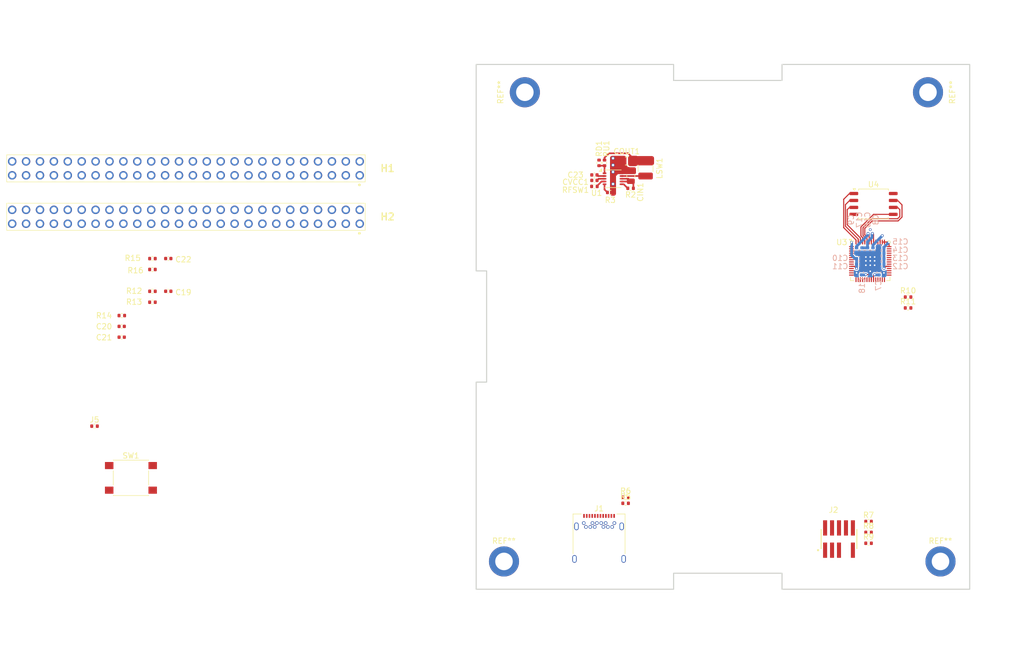
<source format=kicad_pcb>
(kicad_pcb (version 20240108) (generator "pcbnew") (generator_version "8.0")
  (layers (0 "F.Cu" signal) (1 "In1.Cu" power) (2 "In2.Cu" power) (31 "B.Cu" signal) (34 "B.Paste" user) (35 "F.Paste" user) (36 "B.SilkS" user "B.Silkscreen") (37 "F.SilkS" user "F.Silkscreen") (38 "B.Mask" user) (39 "F.Mask" user) (44 "Edge.Cuts" user))
  (net 0 "")
  (net 1 "+1V1")
  (net 2 "GND")
  (net 3 "+3V3")
  (net 4 "/VBUS")
  (net 5 "/LNM_ENABLE")
  (net 6 "/Power/VCC")
  (net 7 "Net-(U1-LX)")
  (net 8 "/Power/FSW")
  (net 95 "/Crystal oscillator/XIN")
  (net 96 "Net-(C21-Pad2)")
  (net 97 "/Debug/RUN")
  (net 98 "/RP2040/USB.D+")
  (net 99 "/RP2040/USB.D-")
  (net 100 "/USB Type-C connector/USB_CC1")
  (net 101 "/USB Type-C connector/USB_CC2")
  (net 102 "/Flash/~{USB_BOOT}")
  (net 103 "/Debug/SWDIO")
  (net 104 "/Debug/SWDCLK")
  (net 105 "Net-(U3-USB_DP)")
  (net 106 "Net-(U3-USB_DM)")
  (net 107 "/Flash/QSPI.~{SS}")
  (net 108 "/Crystal oscillator/XOUT")
  (net 109 "Net-(R15-Pad2)")
  (net 110 "Net-(U1-VOUT{slash}FB)")
  (net 119 "/Flash/QSPI.SCLK")
  (net 125 "/Flash/QSPI.SD1")
  (net 127 "/Flash/QSPI.SD2")
  (net 134 "/Flash/QSPI.SD0")
  (net 140 "/Flash/QSPI.SD3")
  (footprint "Resistor_SMD:R_0402_1005Metric" (layer "F.Cu") (at 231.31 99.0125)
    (property "Reference" "R10")
    (property "Value" "R")
  )
  (footprint "Resistor_SMD:R_0402_1005Metric" (layer "F.Cu") (at 93.25 91.985)
    (property "Reference" "R15")
    (property "Value" "R")
  )
  (footprint "Capacitor_SMD:C_0402_1005Metric" (layer "F.Cu") (at 87.63 106.345)
    (property "Reference" "C21")
    (property "Value" "C_Small")
  )
  (footprint "Package_SO:SOIC-8_5.23x5.23mm_P1.27mm" (layer "F.Cu") (at 225 82)
    (property "Reference" "U4")
    (property "Value" "W25Q128JVS")
  )
  (footprint "cubesat_rp2040:SAMTEC_FTSH-105-01-L-DV-007" (layer "F.Cu") (at 218.69 143.23)
    (property "Reference" "J2")
    (property "Value" "FTSH-105-01-L-DV-007")
  )
  (footprint "Resistor_SMD:R_0402_1005Metric" (layer "F.Cu") (at 87.65 102.395)
    (property "Reference" "R14")
    (property "Value" "R")
  )
  (footprint "Resistor_SMD:R_0402_1005Metric" (layer "F.Cu") (at 176.89 79.9)
    (property "Reference" "R3")
    (property "Value" "47k")
  )
  (footprint "Button_Switch_SMD:SW_Push_1P1T_NO_6x6mm_H9.5mm" (layer "F.Cu") (at 89.32 132.05)
    (property "Reference" "SW1")
    (property "Value" "SW_Push")
  )
  (footprint "Resistor_SMD:R_0402_1005Metric" (layer "F.Cu") (at 93.25 99.955)
    (property "Reference" "R13")
    (property "Value" "R")
  )
  (footprint "Capacitor_SMD:C_0805_2012Metric" (layer "F.Cu") (at 180.65 76.9 90)
    (property "Reference" "CIN1")
    (property "Value" "1u")
  )
  (footprint "Resistor_SMD:R_0402_1005Metric" (layer "F.Cu") (at 224.09 144)
    (property "Reference" "R9")
    (property "Value" "R")
  )
  (footprint "Capacitor_SMD:C_0402_1005Metric" (layer "F.Cu") (at 96.14 91.975)
    (property "Reference" "C22")
    (property "Value" "C_Small")
  )
  (footprint "Resistor_SMD:R_0402_1005Metric" (layer "F.Cu") (at 224.09 140.02)
    (property "Reference" "R7")
    (property "Value" "R")
  )
  (footprint "Resistor_SMD:R_0402_1005Metric" (layer "F.Cu") (at 175.85 74.5 -90)
    (property "Reference" "RU1")
    (property "Value" "47k")
  )
  (footprint "Resistor_SMD:R_0402_1005Metric" (layer "F.Cu") (at 224.09 142.01)
    (property "Reference" "R8")
    (property "Value" "R")
  )
  (footprint "MountingHole:MountingHole_3.2mm_M3_ISO14580_Pad" (layer "F.Cu") (at 157.48 147.32)
    (property "Reference" "REF**")
    (property "Value" "MountingHole_3.2mm_M3_ISO14580_Pad")
  )
  (footprint "Resistor_SMD:R_0402_1005Metric" (layer "F.Cu") (at 231.31 101.0025)
    (property "Reference" "R11")
    (property "Value" "R")
  )
  (footprint "Resistor_SMD:R_0402_1005Metric" (layer "F.Cu") (at 174 78.8 180)
    (property "Reference" "RFSW1")
    (property "Value" "56k")
  )
  (footprint "Resistor_SMD:R_0402_1005Metric" (layer "F.Cu") (at 174.85 74.5 90)
    (property "Reference" "RD1")
    (property "Value" "16k")
  )
  (footprint "cubesat_rp2040:ESQ-126-Y-X-D" (layer "F.Cu") (at 131.12 76.77)
    (property "Reference" "H1")
    (property "Value" "ESQ-126-39-G-D" (hide yes))
  )
  (footprint "MountingHole:MountingHole_3.2mm_M3_ISO14580_Pad" (layer "F.Cu") (at 234.95 61.595)
    (property "Reference" "REF**")
    (property "Value" "MountingHole_3.2mm_M3_ISO14580_Pad")
  )
  (footprint "Capacitor_SMD:C_0402_1005Metric" (layer "F.Cu") (at 174 76.7 180)
    (property "Reference" "C23")
    (property "Value" "100n")
  )
  (footprint "Resistor_SMD:R_0402_1005Metric" (layer "F.Cu") (at 93.25 97.965)
    (property "Reference" "R12")
    (property "Value" "R")
  )
  (footprint "Resistor_SMD:R_0402_1005Metric" (layer "F.Cu") (at 93.25 93.975)
    (property "Reference" "R16")
    (property "Value" "R")
  )
  (footprint "Capacitor_SMD:C_0402_1005Metric" (layer "F.Cu") (at 87.63 104.375)
    (property "Reference" "C20")
    (property "Value" "C_Small")
  )
  (footprint "Package_DFN_QFN:QFN-56-1EP_7x7mm_P0.4mm_EP3.2x3.2mm" (layer "F.Cu") (at 224.4 92.4)
    (property "Reference" "U3")
    (property "Value" "RP2040")
  )
  (footprint "Resistor_SMD:R_0402_1005Metric" (layer "F.Cu") (at 82.665 122.6)
    (property "Reference" "J5")
    (property "Value" "Conn_01x02")
  )
  (footprint "Resistor_SMD:R_0402_1005Metric" (layer "F.Cu") (at 179.71 135.6)
    (property "Reference" "R6")
    (property "Value" "R")
  )
  (footprint "Connector_USB:USB_C_Receptacle_Amphenol_12401548E4-2A" (layer "F.Cu") (at 174.85 144.02)
    (property "Reference" "J1")
    (property "Value" "USB_C_Receptacle_USB2.0")
  )
  (footprint "Inductor_SMD:L_1210_3225Metric" (layer "F.Cu") (at 183.35 75.5 90)
    (property "Reference" "LSW1")
    (property "Value" "10u")
  )
  (footprint "MountingHole:MountingHole_3.2mm_M3_ISO14580_Pad" (layer "F.Cu") (at 161.29 61.595)
    (property "Reference" "REF**")
    (property "Value" "MountingHole_3.2mm_M3_ISO14580_Pad")
  )
  (footprint "cubesat_rp2040:ESQ-126-Y-X-D" (layer "F.Cu") (at 131.12 85.615)
    (property "Reference" "H2")
    (property "Value" "ESQ-126-39-G-D" (hide yes))
  )
  (footprint "Capacitor_SMD:C_0402_1005Metric" (layer "F.Cu") (at 174 77.7 180)
    (property "Reference" "CVCC1")
    (property "Value" "470n")
  )
  (footprint "cubesat_rp2040:DFN-10-1EP_3x3mm_P0.5mm_EP0.62x0.98mm_Offset0.15mm" (layer "F.Cu") (at 177.4 77.4)
    (property "Reference" "U1")
    (property "Value" "L7983")
  )
  (footprint "MountingHole:MountingHole_3.2mm_M3_ISO14580_Pad" (layer "F.Cu") (at 237.236 147.32)
    (property "Reference" "REF**")
    (property "Value" "MountingHole_3.2mm_M3_ISO14580_Pad")
  )
  (footprint "Resistor_SMD:R_0402_1005Metric" (layer "F.Cu") (at 179.7 136.7)
    (property "Reference" "R5")
    (property "Value" "R")
  )
  (footprint "Capacitor_SMD:C_0402_1005Metric" (layer "F.Cu") (at 96.14 97.955)
    (property "Reference" "C19")
    (property "Value" "C_Small")
  )
  (footprint "Resistor_SMD:R_0402_1005Metric" (layer "F.Cu") (at 180.61 79.15 180)
    (property "Reference" "R2")
    (property "Value" "100k")
  )
  (footprint "Capacitor_SMD:C_0805_2012Metric" (layer "F.Cu") (at 179.9 74.15 180)
    (property "Reference" "COUT1")
    (property "Value" "1u")
  )
  (footprint "Capacitor_SMD:C_0402_1005Metric" (layer "B.Cu") (at 226.42 90 180)
    (property "Reference" "C15")
    (property "Value" "100n")
  )
  (footprint "Capacitor_SMD:C_0402_1005Metric" (layer "B.Cu") (at 222.8 94.48 90)
    (property "Reference" "C18")
    (property "Value" "100n")
  )
  (footprint "Capacitor_SMD:C_0402_1005Metric" (layer "B.Cu") (at 224.9 90.5 -90)
    (property "Reference" "C8")
    (property "Value" "100n")
  )
  (footprint "Capacitor_SMD:C_0402_1005Metric" (layer "B.Cu") (at 222.38 93)
    (property "Reference" "C11")
    (property "Value" "1u")
  )
  (footprint "Capacitor_SMD:C_0402_1005Metric" (layer "B.Cu") (at 226 94.48 90)
    (property "Reference" "C7")
    (property "Value" "100n")
  )
  (footprint "Capacitor_SMD:C_0402_1005Metric" (layer "B.Cu") (at 223.9 90.5 -90)
    (property "Reference" "C16")
    (property "Value" "100n")
  )
  (footprint "Capacitor_SMD:C_0402_1005Metric" (layer "B.Cu") (at 226.42 92 180)
    (property "Reference" "C13")
    (property "Value" "100n")
  )
  (footprint "Capacitor_SMD:C_0402_1005Metric" (layer "B.Cu") (at 226.42 93 180)
    (property "Reference" "C12")
    (property "Value" "100n")
  )
  (footprint "Capacitor_SMD:C_0402_1005Metric" (layer "B.Cu") (at 226.42 91 180)
    (property "Reference" "C14")
    (property "Value" "100n")
  )
  (footprint "Capacitor_SMD:C_0402_1005Metric" (layer "B.Cu") (at 221.9 90.5 -90)
    (property "Reference" "C9")
    (property "Value" "1u")
  )
  (footprint "Capacitor_SMD:C_0402_1005Metric" (layer "B.Cu") (at 222.9 90.5 -90)
    (property "Reference" "C17")
    (property "Value" "100n")
  )
  (footprint "Capacitor_SMD:C_0402_1005Metric" (layer "B.Cu") (at 222.38 92)
    (property "Reference" "C10")
    (property "Value" "100n")
  )
  (gr_poly (pts (xy 152.4 152.4) (xy 188.468 152.4) (xy 188.468 149.479) (xy 208.28 149.479) (xy 208.28 152.4) (xy 242.57 152.4) (xy 242.57 56.515) (xy 208.28 56.515) (xy 208.28 59.436) (xy 188.468 59.436) (xy 188.468 56.515) (xy 152.4 56.515) (xy 152.4 94.234) (xy 154.305 94.234) (xy 154.305 114.554) (xy 152.4 114.554)) (stroke (width 0.2)) (fill none) (layer "Edge.Cuts"))
  (segment (start 225.2 94.9) (end 225 95.1) (width 0.2) (layer "F.Cu") (net 1))
  (segment (start 224 87.4) (end 224.2 87.6) (width 0.2) (layer "F.Cu") (net 1))
  (segment (start 225 95.1) (end 225 95.8375) (width 0.2) (layer "F.Cu") (net 1))
  (segment (start 224.2 87.6) (end 224.2 88.9625) (width 0.2) (layer "F.Cu") (net 1))
  (segment (start 226.2 88.2) (end 226.6 87.8) (width 0.2) (layer "F.Cu") (net 1))
  (segment (start 226.2 88.9625) (end 226.2 88.2) (width 0.2) (layer "F.Cu") (net 1))
  (via (at 224 87.4) (size 0.5) (drill 0.3) (layers "F.Cu" "B.Cu") (net 1))
  (via (at 225.2 94.9) (size 0.5) (drill 0.3) (layers "F.Cu" "B.Cu") (net 1))
  (via (at 226.6 87.8) (size 0.5) (drill 0.3) (layers "F.Cu" "B.Cu") (net 1))
  (segment (start 225.2 94.9) (end 225.26 94.96) (width 0.5) (layer "B.Cu") (net 1))
  (segment (start 221.9 89.740001) (end 221.9 90.02) (width 0.5) (layer "B.Cu") (net 1))
  (segment (start 224.9 89.5) (end 224.9 90.02) (width 0.5) (layer "B.Cu") (net 1))
  (segment (start 224 87.4) (end 224 87.640001) (width 0.5) (layer "B.Cu") (net 1))
  (segment (start 224 87.640001) (end 221.9 89.740001) (width 0.5) (layer "B.Cu") (net 1))
  (segment (start 225.26 94.96) (end 226 94.96) (width 0.5) (layer "B.Cu") (net 1))
  (segment (start 226.6 87.8) (end 224.9 89.5) (width 0.5) (layer "B.Cu") (net 1))
  (via (at 223.6 93.2) (size 0.5) (drill 0.3) (layers "F.Cu" "B.Cu") (net 2))
  (via (at 177.4 74.9) (size 0.6) (drill 0.4) (layers "F.Cu" "B.Cu") (net 2))
  (via (at 224.4 93.2) (size 0.5) (drill 0.3) (layers "F.Cu" "B.Cu") (net 2))
  (via (at 224.4 92.4) (size 0.5) (drill 0.3) (layers "F.Cu" "B.Cu") (net 2))
  (via (at 221.9 94.6) (size 0.5) (drill 0.3) (layers "F.Cu" "B.Cu") (net 2))
  (via (at 226.9 94.6) (size 0.5) (drill 0.3) (layers "F.Cu" "B.Cu") (net 2))
  (via (at 177.4 73.65) (size 0.6) (drill 0.4) (layers "F.Cu" "B.Cu") (net 2))
  (via (at 224.4 91.7) (size 0.5) (drill 0.3) (layers "F.Cu" "B.Cu") (net 2))
  (via (at 224.4 94.3) (size 0.5) (drill 0.3) (layers "F.Cu" "B.Cu") (net 2))
  (via (at 225.2 91.7) (size 0.5) (drill 0.3) (layers "F.Cu" "B.Cu") (net 2))
  (via (at 224.4 86.7) (size 0.5) (drill 0.3) (layers "F.Cu" "B.Cu") (net 2))
  (via (at 225.2 92.4) (size 0.5) (drill 0.3) (layers "F.Cu" "B.Cu") (net 2))
  (via (at 225.2 93.2) (size 0.5) (drill 0.3) (layers "F.Cu" "B.Cu") (net 2))
  (via (at 223.6 92.4) (size 0.5) (drill 0.3) (layers "F.Cu" "B.Cu") (net 2))
  (via (at 223.6 91.7) (size 0.5) (drill 0.3) (layers "F.Cu" "B.Cu") (net 2))
  (via (at 177.4 76.15) (size 0.6) (drill 0.4) (layers "F.Cu" "B.Cu") (net 2))
  (via (at 177.4 78.35) (size 0.6) (drill 0.4) (layers "F.Cu" "B.Cu") (net 2))
  (segment (start 226.6 88.9625) (end 227 88.9625) (width 0.2) (layer "F.Cu") (net 3))
  (segment (start 227.8375 89.8) (end 227.8375 89.0375) (width 0.2) (layer "F.Cu") (net 3))
  (segment (start 224.8 87.4) (end 224.6 87.6) (width 0.2) (layer "F.Cu") (net 3))
  (segment (start 227.3 93.4) (end 226.9 93.8) (width 0.2) (layer "F.Cu") (net 3))
  (segment (start 224.19636 94.9) (end 224.6 95.30364) (width 0.2) (layer "F.Cu") (net 3))
  (segment (start 223.6 94.9) (end 224.19636 94.9) (width 0.2) (layer "F.Cu") (net 3))
  (segment (start 174.68 76.9) (end 174.48 76.7) (width 0.3) (layer "F.Cu") (net 3))
  (segment (start 220.9625 89.0375) (end 221 89) (width 0.2) (layer "F.Cu") (net 3))
  (segment (start 227.7625 88.9625) (end 227.8 89) (width 0.2) (layer "F.Cu") (net 3))
  (segment (start 220.9625 89.8) (end 220.9625 89.0375) (width 0.2) (layer "F.Cu") (net 3))
  (segment (start 220.9625 93.4) (end 221.5 93.4) (width 0.2) (layer "F.Cu") (net 3))
  (segment (start 225 87.6) (end 225 88.9625) (width 0.2) (layer "F.Cu") (net 3))
  (segment (start 224.6 95.30364) (end 224.6 95.8375) (width 0.2) (layer "F.Cu") (net 3))
  (segment (start 227.8375 89.0375) (end 227.8 89) (width 0.2) (layer "F.Cu") (net 3))
  (segment (start 175.85 73.55) (end 176.65 72.75) (width 0.3) (layer "F.Cu") (net 3))
  (segment (start 175.85 73.99) (end 175.85 73.55) (width 0.3) (layer "F.Cu") (net 3))
  (segment (start 224.6 87.6) (end 224.6 88.9625) (width 0.2) (layer "F.Cu") (net 3))
  (segment (start 227.8375 93.4) (end 227.3 93.4) (width 0.2) (layer "F.Cu") (net 3))
  (segment (start 175.85 76.9) (end 174.68 76.9) (width 0.3) (layer "F.Cu") (net 3))
  (segment (start 180.85 73.45) (end 180.85 74.15) (width 0.3) (layer "F.Cu") (net 3))
  (segment (start 224.8 87.4) (end 225 87.6) (width 0.2) (layer "F.Cu") (net 3))
  (segment (start 221.5 93.4) (end 221.9 93.8) (width 0.2) (layer "F.Cu") (net 3))
  (segment (start 176.65 72.75) (end 180.15 72.75) (width 0.3) (layer "F.Cu") (net 3))
  (segment (start 180.15 72.75) (end 180.85 73.45) (width 0.3) (layer "F.Cu") (net 3))
  (segment (start 227 88.9625) (end 227.7625 88.9625) (width 0.2) (layer "F.Cu") (net 3))
  (via (at 223.6 94.9) (size 0.5) (drill 0.3) (layers "F.Cu" "B.Cu") (net 3))
  (via (at 221 89) (size 0.5) (drill 0.3) (layers "F.Cu" "B.Cu") (net 3))
  (via (at 226.9 93.8) (size 0.5) (drill 0.3) (layers "F.Cu" "B.Cu") (net 3))
  (via (at 224.8 87.4) (size 0.5) (drill 0.3) (layers "F.Cu" "B.Cu") (net 3))
  (via (at 221.9 93.8) (size 0.5) (drill 0.3) (layers "F.Cu" "B.Cu") (net 3))
  (via (at 227.8 89) (size 0.5) (drill 0.3) (layers "F.Cu" "B.Cu") (net 3))
  (segment (start 221 89) (end 221 91.379999) (width 0.5) (layer "B.Cu") (net 3))
  (segment (start 221.9 93.8) (end 221.9 93) (width 0.5) (layer "B.Cu") (net 3))
  (segment (start 223.9 90.02) (end 222.9 90.02) (width 0.5) (layer "B.Cu") (net 3))
  (segment (start 221.620001 92) (end 221.9 92) (width 0.5) (layer "B.Cu") (net 3))
  (segment (start 222.8 94.96) (end 223.54 94.96) (width 0.5) (layer "B.Cu") (net 3))
  (segment (start 226.9 93) (end 226.9 92) (width 0.5) (layer "B.Cu") (net 3))
  (segment (start 224.8 87.4) (end 224.73 87.47) (width 0.5) (layer "B.Cu") (net 3))
  (segment (start 226.9 93.8) (end 226.9 93) (width 0.5) (layer "B.Cu") (net 3))
  (segment (start 223.54 94.96) (end 223.6 94.9) (width 0.5) (layer "B.Cu") (net 3))
  (segment (start 224.73 88.102376) (end 223.9 88.932376) (width 0.5) (layer "B.Cu") (net 3))
  (segment (start 221 91.379999) (end 221.620001 92) (width 0.5) (layer "B.Cu") (net 3))
  (segment (start 226.9 91) (end 226.9 90) (width 0.5) (layer "B.Cu") (net 3))
  (segment (start 223.9 88.932376) (end 223.9 90.02) (width 0.5) (layer "B.Cu") (net 3))
  (segment (start 221.9 92) (end 221.9 93) (width 0.5) (layer "B.Cu") (net 3))
  (segment (start 224.73 87.47) (end 224.73 88.102376) (width 0.5) (layer "B.Cu") (net 3))
  (segment (start 226.9 89.9) (end 226.9 90) (width 0.5) (layer "B.Cu") (net 3))
  (segment (start 226.9 92) (end 226.9 91) (width 0.5) (layer "B.Cu") (net 3))
  (segment (start 227.8 89) (end 226.9 89.9) (width 0.5) (layer "B.Cu") (net 3))
  (segment (start 180.6 77.9) (end 180.65 77.85) (width 0.3) (layer "F.Cu") (net 4))
  (segment (start 181.12 79.15) (end 181.12 78.32) (width 0.3) (layer "F.Cu") (net 4))
  (segment (start 178.95 77.4) (end 180.2 77.4) (width 0.3) (layer "F.Cu") (net 4))
  (segment (start 178.95 77.9) (end 180.6 77.9) (width 0.3) (layer "F.Cu") (net 4))
  (segment (start 181.12 78.32) (end 180.65 77.85) (width 0.3) (layer "F.Cu") (net 4))
  (segment (start 180.2 77.4) (end 180.65 77.85) (width 0.3) (layer "F.Cu") (net 4))
  (segment (start 175.85 79.37) (end 176.38 79.9) (width 0.3) (layer "F.Cu") (net 5))
  (segment (start 175.85 78.4) (end 175.85 79.37) (width 0.3) (layer "F.Cu") (net 5))
  (segment (start 174.78 77.4) (end 174.48 77.7) (width 0.3) (layer "F.Cu") (net 6))
  (segment (start 175.85 77.4) (end 174.78 77.4) (width 0.3) (layer "F.Cu") (net 6))
  (segment (start 178.95 76.9) (end 183.55 76.9) (width 0.3) (layer "F.Cu") (net 7))
  (segment (start 175.85 77.9) (end 175.303423 77.9) (width 0.3) (layer "F.Cu") (net 8))
  (segment (start 175.303423 77.9) (end 174.51 78.693423) (width 0.3) (layer "F.Cu") (net 8))
  (segment (start 174.51 78.693423) (end 174.51 78.8) (width 0.3) (layer "F.Cu") (net 8))
  (segment (start 178.95 78.4) (end 179.35 78.4) (width 0.3) (layer "F.Cu") (net 97))
  (segment (start 179.35 78.4) (end 180.1 79.15) (width 0.3) (layer "F.Cu") (net 97))
  (segment (start 221.8 88.9625) (end 221.8 88.58125) (width 0.2) (layer "F.Cu") (net 107))
  (segment (start 219.546 81.149001) (end 220.600001 80.095) (width 0.2) (layer "F.Cu") (net 107))
  (segment (start 220.600001 80.095) (end 221.4 80.095) (width 0.2) (layer "F.Cu") (net 107))
  (segment (start 219.546 86.32725) (end 219.546 81.149001) (width 0.2) (layer "F.Cu") (net 107))
  (segment (start 221.8 88.58125) (end 219.546 86.32725) (width 0.2) (layer "F.Cu") (net 107))
  (segment (start 174.85 75.01) (end 175.85 75.01) (width 0.3) (layer "F.Cu") (net 110))
  (segment (start 175.85 76.4) (end 175.85 75.01) (width 0.3) (layer "F.Cu") (net 110))
  (segment (start 229.4 84.7) (end 229.8 84.3) (width 0.2) (layer "F.Cu") (net 119))
  (segment (start 223.4 88.9625) (end 223.4 88.082692) (width 0.2) (layer "F.Cu") (net 119))
  (segment (start 229.8 84.3) (end 229.8 83.035001) (width 0.2) (layer "F.Cu") (net 119))
  (segment (start 224.7 84.7) (end 229.4 84.7) (width 0.2) (layer "F.Cu") (net 119))
  (segment (start 223.073 86.327) (end 224.7 84.7) (width 0.2) (layer "F.Cu") (net 119))
  (segment (start 223.073 87.755692) (end 223.073 86.327) (width 0.2) (layer "F.Cu") (net 119))
  (segment (start 229.8 83.035001) (end 229.399999 82.635) (width 0.2) (layer "F.Cu") (net 119))
  (segment (start 229.399999 82.635) (end 228.6 82.635) (width 0.2) (layer "F.Cu") (net 119))
  (segment (start 223.4 88.082692) (end 223.073 87.755692) (width 0.2) (layer "F.Cu") (net 119))
  (segment (start 219.873 86.073) (end 219.873 82.127) (width 0.2) (layer "F.Cu") (net 125))
  (segment (start 220.635 81.365) (end 221.4 81.365) (width 0.2) (layer "F.Cu") (net 125))
  (segment (start 222.2 88.9625) (end 222.2 88.4) (width 0.2) (layer "F.Cu") (net 125))
  (segment (start 219.873 82.127) (end 220.635 81.365) (width 0.2) (layer "F.Cu") (net 125))
  (segment (start 222.2 88.4) (end 219.873 86.073) (width 0.2) (layer "F.Cu") (net 125))
  (segment (start 222.6 88.207588) (end 220.2 85.807588) (width 0.2) (layer "F.Cu") (net 127))
  (segment (start 220.600001 82.635) (end 221.4 82.635) (width 0.2) (layer "F.Cu") (net 127))
  (segment (start 220.2 83.035001) (end 220.600001 82.635) (width 0.2) (layer "F.Cu") (net 127))
  (segment (start 220.2 85.807588) (end 220.2 83.035001) (width 0.2) (layer "F.Cu") (net 127))
  (segment (start 222.6 88.9625) (end 222.6 88.207588) (width 0.2) (layer "F.Cu") (net 127))
  (segment (start 224.995 83.905) (end 228.6 83.905) (width 0.2) (layer "F.Cu") (net 134))
  (segment (start 222.7 87.84514) (end 222.7 86.2) (width 0.2) (layer "F.Cu") (net 134))
  (segment (start 223 88.14514) (end 222.7 87.84514) (width 0.2) (layer "F.Cu") (net 134))
  (segment (start 223 88.9625) (end 223 88.14514) (width 0.2) (layer "F.Cu") (net 134))
  (segment (start 222.7 86.2) (end 224.995 83.905) (width 0.2) (layer "F.Cu") (net 134))
  (segment (start 230.2 82.165001) (end 229.399999 81.365) (width 0.2) (layer "F.Cu") (net 140))
  (segment (start 223.8 88.9625) (end 223.8 88.020244) (width 0.2) (layer "F.Cu") (net 140))
  (segment (start 223.4 87.620244) (end 223.4 86.462448) (width 0.2) (layer "F.Cu") (net 140))
  (segment (start 223.4 86.462448) (end 224.762448 85.1) (width 0.2) (layer "F.Cu") (net 140))
  (segment (start 230.2 84.4) (end 230.2 82.165001) (width 0.2) (layer "F.Cu") (net 140))
  (segment (start 229.5 85.1) (end 230.2 84.4) (width 0.2) (layer "F.Cu") (net 140))
  (segment (start 223.8 88.020244) (end 223.4 87.620244) (width 0.2) (layer "F.Cu") (net 140))
  (segment (start 229.399999 81.365) (end 228.6 81.365) (width 0.2) (layer "F.Cu") (net 140))
  (segment (start 224.762448 85.1) (end 229.5 85.1) (width 0.2) (layer "F.Cu") (net 140))
  (zone (net 2) (net_name "GND") (layer "F.Cu") (connect_pads yes (clearance 0.2)) (min_thickness 0.2) (fill yes (thermal_gap 0.5) (thermal_bridge_width 0.5) (smoothing fillet) (radius 0.4))
    (polygon (pts (xy 179.85 76.55) (xy 179.95 76.65) (xy 181.6 76.65) (xy 181.6 75.25) (xy 180.15 75.25) (xy 179.85 74.95) (xy 179.85 73.2) (xy 176.85 73.2) (xy 176.85 80.5) (xy 177.95 80.5) (xy 177.95 76.9) (xy 178.3 76.55)))
  )
  (zone (net 3) (net_name "+3V3") (layer "F.Cu") (priority 1) (connect_pads yes (clearance 0.2)) (min_thickness 0.2) (fill yes (thermal_gap 0.5) (thermal_bridge_width 0.5) (smoothing fillet) (radius 0.4))
    (polygon (pts (xy 181.8 74.95) (xy 181.65 75.1) (xy 180.15 75.1) (xy 180.15 73.2) (xy 181.75 73.2) (xy 181.8 73.25) (xy 184.9 73.25) (xy 184.9 74.95)))
  )
  (zone (net 2) (net_name "GND") (layer "B.Cu") (priority 2) (connect_pads yes (clearance 0.2)) (min_thickness 0.2) (fill yes (thermal_gap 0.2) (thermal_bridge_width 0.3) (smoothing fillet) (radius 0.4))
    (polygon (pts (xy 221.4 95.4) (xy 227.4 95.4) (xy 227.4 89.4) (xy 221.4 89.4)))
  )
)
</source>
